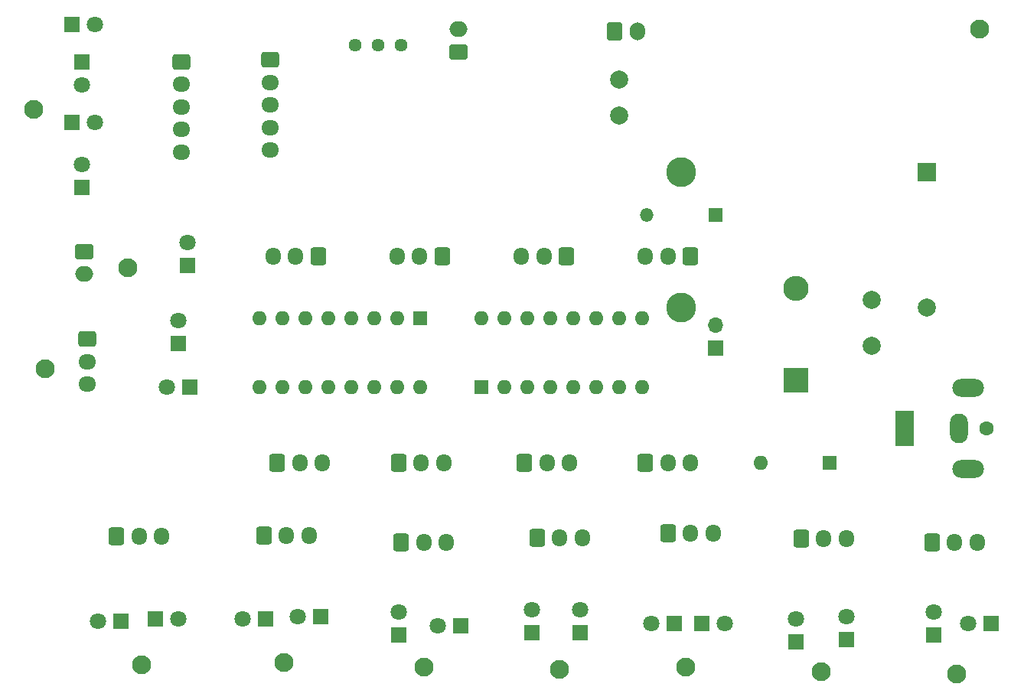
<source format=gbr>
%TF.GenerationSoftware,KiCad,Pcbnew,(5.99.0-11498-g1a301d8eea)*%
%TF.CreationDate,2021-09-07T22:17:04+03:00*%
%TF.ProjectId,f,662e6b69-6361-4645-9f70-636258585858,rev?*%
%TF.SameCoordinates,Original*%
%TF.FileFunction,Soldermask,Bot*%
%TF.FilePolarity,Negative*%
%FSLAX46Y46*%
G04 Gerber Fmt 4.6, Leading zero omitted, Abs format (unit mm)*
G04 Created by KiCad (PCBNEW (5.99.0-11498-g1a301d8eea)) date 2021-09-07 22:17:04*
%MOMM*%
%LPD*%
G01*
G04 APERTURE LIST*
G04 Aperture macros list*
%AMRoundRect*
0 Rectangle with rounded corners*
0 $1 Rounding radius*
0 $2 $3 $4 $5 $6 $7 $8 $9 X,Y pos of 4 corners*
0 Add a 4 corners polygon primitive as box body*
4,1,4,$2,$3,$4,$5,$6,$7,$8,$9,$2,$3,0*
0 Add four circle primitives for the rounded corners*
1,1,$1+$1,$2,$3*
1,1,$1+$1,$4,$5*
1,1,$1+$1,$6,$7*
1,1,$1+$1,$8,$9*
0 Add four rect primitives between the rounded corners*
20,1,$1+$1,$2,$3,$4,$5,0*
20,1,$1+$1,$4,$5,$6,$7,0*
20,1,$1+$1,$6,$7,$8,$9,0*
20,1,$1+$1,$8,$9,$2,$3,0*%
G04 Aperture macros list end*
%ADD10RoundRect,0.250000X-0.600000X-0.725000X0.600000X-0.725000X0.600000X0.725000X-0.600000X0.725000X0*%
%ADD11O,1.700000X1.950000*%
%ADD12C,2.100000*%
%ADD13RoundRect,0.250000X-0.725000X0.600000X-0.725000X-0.600000X0.725000X-0.600000X0.725000X0.600000X0*%
%ADD14O,1.950000X1.700000*%
%ADD15RoundRect,0.250000X0.600000X0.725000X-0.600000X0.725000X-0.600000X-0.725000X0.600000X-0.725000X0*%
%ADD16R,1.800000X1.800000*%
%ADD17C,1.800000*%
%ADD18R,2.800000X2.800000*%
%ADD19O,2.800000X2.800000*%
%ADD20C,1.440000*%
%ADD21R,1.600000X1.600000*%
%ADD22O,1.600000X1.600000*%
%ADD23C,1.600000*%
%ADD24R,2.000000X4.000000*%
%ADD25O,2.000000X3.300000*%
%ADD26O,3.500000X2.000000*%
%ADD27R,1.500000X1.500000*%
%ADD28O,1.500000X1.500000*%
%ADD29RoundRect,0.250000X-0.750000X0.600000X-0.750000X-0.600000X0.750000X-0.600000X0.750000X0.600000X0*%
%ADD30O,2.000000X1.700000*%
%ADD31RoundRect,0.250000X-0.600000X-0.750000X0.600000X-0.750000X0.600000X0.750000X-0.600000X0.750000X0*%
%ADD32O,1.700000X2.000000*%
%ADD33C,2.000000*%
%ADD34R,1.700000X1.700000*%
%ADD35O,1.700000X1.700000*%
%ADD36RoundRect,0.250000X0.750000X-0.600000X0.750000X0.600000X-0.750000X0.600000X-0.750000X-0.600000X0*%
%ADD37C,3.300000*%
%ADD38R,2.000000X2.000000*%
G04 APERTURE END LIST*
D10*
%TO.C,J4*%
X156718000Y-88660000D03*
D11*
X159218000Y-88660000D03*
X161718000Y-88660000D03*
%TD*%
D12*
%TO.C,H*%
X141732000Y-110998000D03*
%TD*%
D10*
%TO.C,J19*%
X197438000Y-88660000D03*
D11*
X199938000Y-88660000D03*
X202438000Y-88660000D03*
%TD*%
D13*
%TO.C,J6*%
X155956000Y-44062000D03*
D14*
X155956000Y-46562000D03*
X155956000Y-49062000D03*
X155956000Y-51562000D03*
X155956000Y-54062000D03*
%TD*%
D12*
%TO.C,H*%
X172974000Y-111252000D03*
%TD*%
D15*
%TO.C,J21*%
X202438000Y-65786000D03*
D11*
X199938000Y-65786000D03*
X197438000Y-65786000D03*
%TD*%
D16*
%TO.C,D12*%
X235712000Y-106426000D03*
D17*
X233172000Y-106426000D03*
%TD*%
D16*
%TO.C,D9*%
X177043000Y-106680000D03*
D17*
X174503000Y-106680000D03*
%TD*%
D16*
%TO.C,D19*%
X184912000Y-107447000D03*
D17*
X184912000Y-104907000D03*
%TD*%
D10*
%TO.C,J5*%
X138938000Y-96774000D03*
D11*
X141438000Y-96774000D03*
X143938000Y-96774000D03*
%TD*%
D18*
%TO.C,D25*%
X214122000Y-79502000D03*
D19*
X214122000Y-69342000D03*
%TD*%
D16*
%TO.C,D26*%
X146812000Y-66802000D03*
D17*
X146812000Y-64262000D03*
%TD*%
D20*
%TO.C,RV1*%
X165344000Y-42477000D03*
X167884000Y-42477000D03*
X170424000Y-42477000D03*
%TD*%
D12*
%TO.C,H*%
X201930000Y-111252000D03*
%TD*%
%TO.C,H*%
X231902000Y-112014000D03*
%TD*%
D16*
%TO.C,D14*%
X139446000Y-106172000D03*
D17*
X136906000Y-106172000D03*
%TD*%
D10*
%TO.C,J14*%
X185460000Y-96982000D03*
D11*
X187960000Y-96982000D03*
X190460000Y-96982000D03*
%TD*%
D13*
%TO.C,J11*%
X135691000Y-74965000D03*
D14*
X135691000Y-77465000D03*
X135691000Y-79965000D03*
%TD*%
D21*
%TO.C,SW1*%
X217795600Y-88660000D03*
D22*
X210175600Y-88660000D03*
%TD*%
D23*
%TO.C,J2*%
X235148000Y-84836000D03*
D24*
X226148000Y-84836000D03*
D25*
X232148000Y-84836000D03*
D26*
X233148000Y-89336000D03*
X233148000Y-80336000D03*
%TD*%
D12*
%TO.C,H*%
X216916000Y-111760000D03*
%TD*%
D10*
%TO.C,J15*%
X199938000Y-96474000D03*
D11*
X202438000Y-96474000D03*
X204938000Y-96474000D03*
%TD*%
D27*
%TO.C,D3*%
X205237000Y-61214000D03*
D28*
X197617000Y-61214000D03*
%TD*%
D12*
%TO.C,H*%
X131064000Y-78232000D03*
%TD*%
D29*
%TO.C,EYE*%
X135382000Y-65278000D03*
D30*
X135382000Y-67778000D03*
%TD*%
D31*
%TO.C,TH1*%
X194056000Y-40877000D03*
D32*
X196556000Y-40877000D03*
%TD*%
D16*
%TO.C,D13*%
X143251000Y-105918000D03*
D17*
X145791000Y-105918000D03*
%TD*%
D13*
%TO.C,J20*%
X146096000Y-44276000D03*
D14*
X146096000Y-46776000D03*
X146096000Y-49276000D03*
X146096000Y-51776000D03*
X146096000Y-54276000D03*
%TD*%
D10*
%TO.C,J18*%
X184050800Y-88660000D03*
D11*
X186550800Y-88660000D03*
X189050800Y-88660000D03*
%TD*%
D16*
%TO.C,D7*%
X203708000Y-106426000D03*
D17*
X206248000Y-106426000D03*
%TD*%
D33*
%TO.C,F1*%
X222494000Y-75692000D03*
X222504000Y-70612000D03*
%TD*%
D15*
%TO.C,J8*%
X161256000Y-65786000D03*
D11*
X158756000Y-65786000D03*
X156256000Y-65786000D03*
%TD*%
D12*
%TO.C,H*%
X234442000Y-40640000D03*
%TD*%
%TO.C,H*%
X187960000Y-111506000D03*
%TD*%
D16*
%TO.C,D21*%
X214122000Y-108463000D03*
D17*
X214122000Y-105923000D03*
%TD*%
D10*
%TO.C,J10*%
X229148000Y-97444000D03*
D11*
X231648000Y-97444000D03*
X234148000Y-97444000D03*
%TD*%
D16*
%TO.C,D22*%
X135128000Y-44275154D03*
D17*
X135128000Y-46815154D03*
%TD*%
D10*
%TO.C,J12*%
X155244000Y-96682000D03*
D11*
X157744000Y-96682000D03*
X160244000Y-96682000D03*
%TD*%
D16*
%TO.C,D18*%
X170180000Y-107701000D03*
D17*
X170180000Y-105161000D03*
%TD*%
D16*
%TO.C,D17*%
X155448000Y-105918000D03*
D17*
X152908000Y-105918000D03*
%TD*%
D10*
%TO.C,J7*%
X170153400Y-88660000D03*
D11*
X172653400Y-88660000D03*
X175153400Y-88660000D03*
%TD*%
D33*
%TO.C,L1*%
X194564000Y-46228000D03*
X194564000Y-50228000D03*
%TD*%
D12*
%TO.C,H*%
X157480000Y-110744000D03*
%TD*%
D16*
%TO.C,D20*%
X200660000Y-106426000D03*
D17*
X198120000Y-106426000D03*
%TD*%
D16*
%TO.C,D23*%
X134028000Y-40132000D03*
D17*
X136568000Y-40132000D03*
%TD*%
D16*
%TO.C,D5*%
X134028000Y-50968308D03*
D17*
X136568000Y-50968308D03*
%TD*%
D15*
%TO.C,J17*%
X188710666Y-65786000D03*
D11*
X186210666Y-65786000D03*
X183710666Y-65786000D03*
%TD*%
D16*
%TO.C,D6*%
X219710000Y-108204000D03*
D17*
X219710000Y-105664000D03*
%TD*%
D16*
%TO.C,D10*%
X161549000Y-105664000D03*
D17*
X159009000Y-105664000D03*
%TD*%
D12*
%TO.C,H*%
X140208000Y-67056000D03*
%TD*%
D15*
%TO.C,J9*%
X174983333Y-65786000D03*
D11*
X172483333Y-65786000D03*
X169983333Y-65786000D03*
%TD*%
D21*
%TO.C,U5*%
X179339000Y-80254000D03*
D22*
X181879000Y-80254000D03*
X184419000Y-80254000D03*
X186959000Y-80254000D03*
X189499000Y-80254000D03*
X192039000Y-80254000D03*
X194579000Y-80254000D03*
X197119000Y-80254000D03*
X197119000Y-72634000D03*
X194579000Y-72634000D03*
X192039000Y-72634000D03*
X189499000Y-72634000D03*
X186959000Y-72634000D03*
X184419000Y-72634000D03*
X181879000Y-72634000D03*
X179339000Y-72634000D03*
%TD*%
D16*
%TO.C,D15*%
X229362000Y-107701000D03*
D17*
X229362000Y-105161000D03*
%TD*%
D16*
%TO.C,D4*%
X135128000Y-58166000D03*
D17*
X135128000Y-55626000D03*
%TD*%
D16*
%TO.C,D8*%
X190246000Y-107447000D03*
D17*
X190246000Y-104907000D03*
%TD*%
D12*
%TO.C,H*%
X129794000Y-49530000D03*
%TD*%
D10*
%TO.C,J16*%
X214670000Y-97028000D03*
D11*
X217170000Y-97028000D03*
X219670000Y-97028000D03*
%TD*%
D16*
%TO.C,D16*%
X145796000Y-75443000D03*
D17*
X145796000Y-72903000D03*
%TD*%
D34*
%TO.C,J3*%
X205232000Y-75946000D03*
D35*
X205232000Y-73406000D03*
%TD*%
D36*
%TO.C,J22*%
X176784000Y-43160000D03*
D30*
X176784000Y-40660000D03*
%TD*%
D21*
%TO.C,U4*%
X172556000Y-72654000D03*
D22*
X170016000Y-72654000D03*
X167476000Y-72654000D03*
X164936000Y-72654000D03*
X162396000Y-72654000D03*
X159856000Y-72654000D03*
X157316000Y-72654000D03*
X154776000Y-72654000D03*
X154776000Y-80274000D03*
X157316000Y-80274000D03*
X159856000Y-80274000D03*
X162396000Y-80274000D03*
X164936000Y-80274000D03*
X167476000Y-80274000D03*
X170016000Y-80274000D03*
X172556000Y-80274000D03*
%TD*%
D10*
%TO.C,J13*%
X170434000Y-97444000D03*
D11*
X172934000Y-97444000D03*
X175434000Y-97444000D03*
%TD*%
D16*
%TO.C,D11*%
X147071000Y-80264000D03*
D17*
X144531000Y-80264000D03*
%TD*%
D37*
%TO.C,BT1*%
X201422000Y-56513000D03*
X201422000Y-71503000D03*
D38*
X228587000Y-56513000D03*
D33*
X228587000Y-71503000D03*
%TD*%
M02*

</source>
